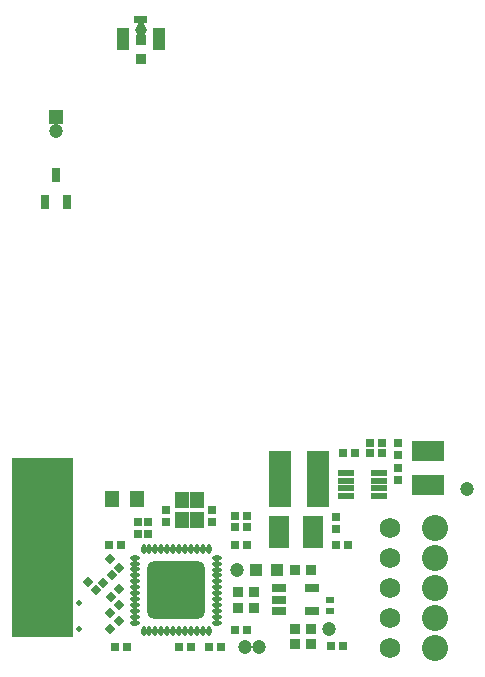
<source format=gts>
G04*
G04 #@! TF.GenerationSoftware,Altium Limited,Altium Designer,21.8.1 (53)*
G04*
G04 Layer_Color=8388736*
%FSLAX44Y44*%
%MOMM*%
G71*
G04*
G04 #@! TF.SameCoordinates,AB37972B-B867-4A51-B999-E3EAE1E61F53*
G04*
G04*
G04 #@! TF.FilePolarity,Negative*
G04*
G01*
G75*
%ADD43C,1.0000*%
%ADD44C,0.5032*%
%ADD45O,0.4531X0.8032*%
G04:AMPARAMS|DCode=46|XSize=4.9032mm|YSize=4.9032mm|CornerRadius=0.5716mm|HoleSize=0mm|Usage=FLASHONLY|Rotation=0.000|XOffset=0mm|YOffset=0mm|HoleType=Round|Shape=RoundedRectangle|*
%AMROUNDEDRECTD46*
21,1,4.9032,3.7600,0,0,0.0*
21,1,3.7600,4.9032,0,0,0.0*
1,1,1.1432,1.8800,-1.8800*
1,1,1.1432,-1.8800,-1.8800*
1,1,1.1432,-1.8800,1.8800*
1,1,1.1432,1.8800,1.8800*
%
%ADD46ROUNDEDRECTD46*%
%ADD47O,0.8032X0.4531*%
%ADD48R,1.0032X1.9032*%
%ADD49R,0.9032X0.9032*%
%ADD50R,0.7032X0.6032*%
%ADD51R,1.2032X0.6532*%
%ADD52R,1.0922X1.0922*%
%ADD53R,0.9652X0.9652*%
%ADD54R,0.9652X0.9652*%
%ADD55R,1.7272X2.7432*%
%ADD56R,2.7432X1.7272*%
%ADD57R,0.6532X1.2032*%
%ADD58P,1.0058X4X90.0*%
%ADD59R,1.2192X1.4732*%
%ADD60R,1.4032X0.6032*%
%ADD61R,1.9532X4.7032*%
%ADD62P,1.0058X4X180.0*%
%ADD63R,0.7112X0.7112*%
%ADD64R,0.7112X0.7112*%
%ADD65R,1.2032X1.4032*%
%ADD66C,1.2032*%
%ADD67C,0.7032*%
%ADD68C,2.2032*%
%ADD69C,1.7272*%
%ADD70R,1.2032X1.2032*%
G36*
X117499Y550389D02*
X114499D01*
Y538962D01*
X115233Y538228D01*
Y535550D01*
X113339Y533656D01*
X110661D01*
X108767Y535550D01*
Y538228D01*
X109501Y538962D01*
Y550389D01*
X106501D01*
Y556389D01*
X117499D01*
Y550389D01*
D02*
G37*
G36*
X54500Y31000D02*
X2500D01*
Y182270D01*
X54500D01*
Y31000D01*
D02*
G37*
D43*
X112000Y545000D02*
D03*
D44*
X59768Y37644D02*
D03*
Y60010D02*
D03*
D45*
X169250Y36000D02*
D03*
X164250D02*
D03*
X159250D02*
D03*
X154250D02*
D03*
X149250D02*
D03*
X144250D02*
D03*
X139250D02*
D03*
X134250D02*
D03*
X129250D02*
D03*
X124250D02*
D03*
X119250D02*
D03*
X114250D02*
D03*
X164250Y105000D02*
D03*
X159250D02*
D03*
X154251D02*
D03*
X149250D02*
D03*
X144250D02*
D03*
X139250D02*
D03*
X134250D02*
D03*
X129250D02*
D03*
X124250D02*
D03*
X119250D02*
D03*
X114250D02*
D03*
X169251D02*
D03*
D46*
X141750Y70500D02*
D03*
D47*
X107250Y98001D02*
D03*
Y92999D02*
D03*
Y88001D02*
D03*
Y82999D02*
D03*
Y78001D02*
D03*
Y72999D02*
D03*
Y68001D02*
D03*
Y62999D02*
D03*
Y58001D02*
D03*
Y52999D02*
D03*
Y48001D02*
D03*
Y42999D02*
D03*
X176250Y47999D02*
D03*
Y53000D02*
D03*
Y58000D02*
D03*
Y63000D02*
D03*
Y68000D02*
D03*
Y73000D02*
D03*
Y78000D02*
D03*
Y83000D02*
D03*
Y88000D02*
D03*
Y93000D02*
D03*
Y98000D02*
D03*
Y43001D02*
D03*
D48*
X96500Y536750D02*
D03*
X127500D02*
D03*
D49*
X112000Y536000D02*
D03*
Y520389D02*
D03*
D50*
X271750Y62000D02*
D03*
X271749Y53001D02*
D03*
D51*
X256750Y53000D02*
D03*
Y72000D02*
D03*
X228750Y62500D02*
D03*
Y72000D02*
D03*
Y53000D02*
D03*
D52*
X227140Y87500D02*
D03*
X209360D02*
D03*
D53*
X255751Y87501D02*
D03*
X242751D02*
D03*
X194372Y55749D02*
D03*
X207372D02*
D03*
X194372Y68999D02*
D03*
X207372D02*
D03*
D54*
X242521Y24973D02*
D03*
Y37973D02*
D03*
X255771Y24999D02*
D03*
Y37999D02*
D03*
D55*
X229060Y120000D02*
D03*
X258060D02*
D03*
D56*
X355000Y159302D02*
D03*
Y188302D02*
D03*
D57*
X40000Y422250D02*
D03*
X49500Y399570D02*
D03*
X30500D02*
D03*
D58*
X93286Y44785D02*
D03*
X86215Y37715D02*
D03*
Y50964D02*
D03*
X93286Y58035D02*
D03*
X80205Y76386D02*
D03*
X87389Y83570D02*
D03*
X86361Y64429D02*
D03*
X93545Y71614D02*
D03*
D59*
X109000Y148000D02*
D03*
X87410D02*
D03*
D60*
X313970Y169750D02*
D03*
Y163250D02*
D03*
X286030Y169750D02*
D03*
Y163250D02*
D03*
Y156750D02*
D03*
Y150250D02*
D03*
X313970D02*
D03*
Y156750D02*
D03*
D61*
X229750Y165000D02*
D03*
X262250D02*
D03*
D62*
X67179Y77639D02*
D03*
X74364Y70455D02*
D03*
X86180Y96639D02*
D03*
X93364Y89455D02*
D03*
D63*
X89938Y22360D02*
D03*
X100098D02*
D03*
X283062Y22902D02*
D03*
X272902D02*
D03*
X179562Y22402D02*
D03*
X169402D02*
D03*
X202062Y133402D02*
D03*
X191902D02*
D03*
X202062Y124402D02*
D03*
X191902D02*
D03*
X202098Y108598D02*
D03*
X191938D02*
D03*
X143902Y22402D02*
D03*
X154062D02*
D03*
X84652Y108902D02*
D03*
X94812D02*
D03*
X191938Y37098D02*
D03*
X202098D02*
D03*
X316062Y195402D02*
D03*
X305902D02*
D03*
X305938Y186598D02*
D03*
X316098D02*
D03*
X282938D02*
D03*
X293098D02*
D03*
X287062Y108402D02*
D03*
X276902D02*
D03*
D64*
X172598Y127902D02*
D03*
Y138062D02*
D03*
X133402Y138098D02*
D03*
Y127938D02*
D03*
X109348Y117902D02*
D03*
Y128062D02*
D03*
X117848Y117902D02*
D03*
Y128062D02*
D03*
X277068Y132098D02*
D03*
Y121938D02*
D03*
X329360Y163902D02*
D03*
Y174062D02*
D03*
X329402Y185366D02*
D03*
Y195526D02*
D03*
D65*
X146500Y129949D02*
D03*
Y146949D02*
D03*
X159500D02*
D03*
Y129949D02*
D03*
D66*
X387750Y156500D02*
D03*
X193750Y87500D02*
D03*
X271250Y37999D02*
D03*
X212250Y22500D02*
D03*
X199750D02*
D03*
X40000Y458850D02*
D03*
D67*
X141750Y70500D02*
D03*
X152250D02*
D03*
Y81000D02*
D03*
X141750D02*
D03*
Y60000D02*
D03*
X152250D02*
D03*
X131250D02*
D03*
Y70500D02*
D03*
Y81000D02*
D03*
X141750Y91500D02*
D03*
X152250D02*
D03*
X131250D02*
D03*
X120750Y81000D02*
D03*
Y70500D02*
D03*
Y60000D02*
D03*
X131250Y49500D02*
D03*
X141750D02*
D03*
X152250D02*
D03*
X162750Y60000D02*
D03*
Y70500D02*
D03*
Y81000D02*
D03*
D68*
X361000Y21650D02*
D03*
Y47050D02*
D03*
Y72450D02*
D03*
Y97850D02*
D03*
Y123250D02*
D03*
D69*
X323000Y21650D02*
D03*
Y47050D02*
D03*
Y72450D02*
D03*
Y97850D02*
D03*
Y123250D02*
D03*
D70*
X40000Y471350D02*
D03*
M02*

</source>
